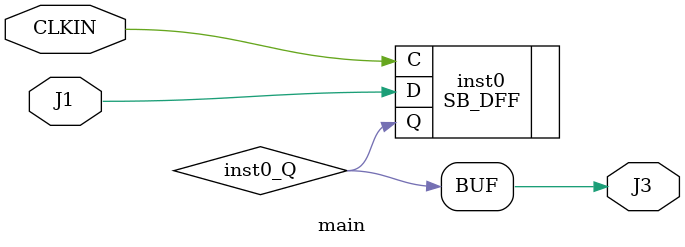
<source format=v>
module main (input  J1, output  J3, input  CLKIN);
wire  inst0_Q;
SB_DFF inst0 (.C(CLKIN), .D(J1), .Q(inst0_Q));
assign J3 = inst0_Q;
endmodule


</source>
